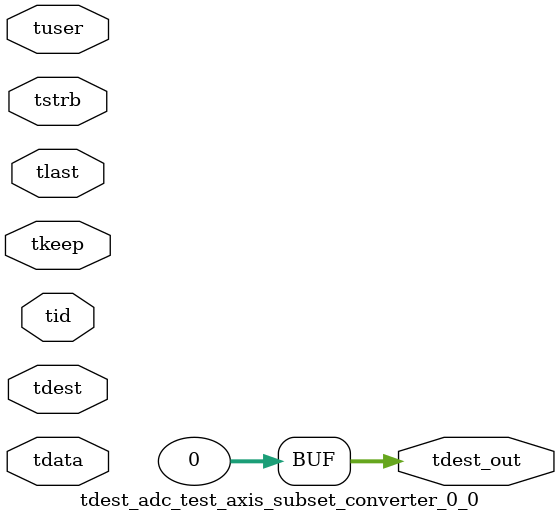
<source format=v>


`timescale 1ps/1ps

module tdest_adc_test_axis_subset_converter_0_0 #
(
parameter C_S_AXIS_TDATA_WIDTH = 32,
parameter C_S_AXIS_TUSER_WIDTH = 0,
parameter C_S_AXIS_TID_WIDTH   = 0,
parameter C_S_AXIS_TDEST_WIDTH = 0,
parameter C_M_AXIS_TDEST_WIDTH = 32
)
(
input  [(C_S_AXIS_TDATA_WIDTH == 0 ? 1 : C_S_AXIS_TDATA_WIDTH)-1:0     ] tdata,
input  [(C_S_AXIS_TUSER_WIDTH == 0 ? 1 : C_S_AXIS_TUSER_WIDTH)-1:0     ] tuser,
input  [(C_S_AXIS_TID_WIDTH   == 0 ? 1 : C_S_AXIS_TID_WIDTH)-1:0       ] tid,
input  [(C_S_AXIS_TDEST_WIDTH == 0 ? 1 : C_S_AXIS_TDEST_WIDTH)-1:0     ] tdest,
input  [(C_S_AXIS_TDATA_WIDTH/8)-1:0 ] tkeep,
input  [(C_S_AXIS_TDATA_WIDTH/8)-1:0 ] tstrb,
input                                                                    tlast,
output [C_M_AXIS_TDEST_WIDTH-1:0] tdest_out
);

assign tdest_out = {1'b0};

endmodule


</source>
